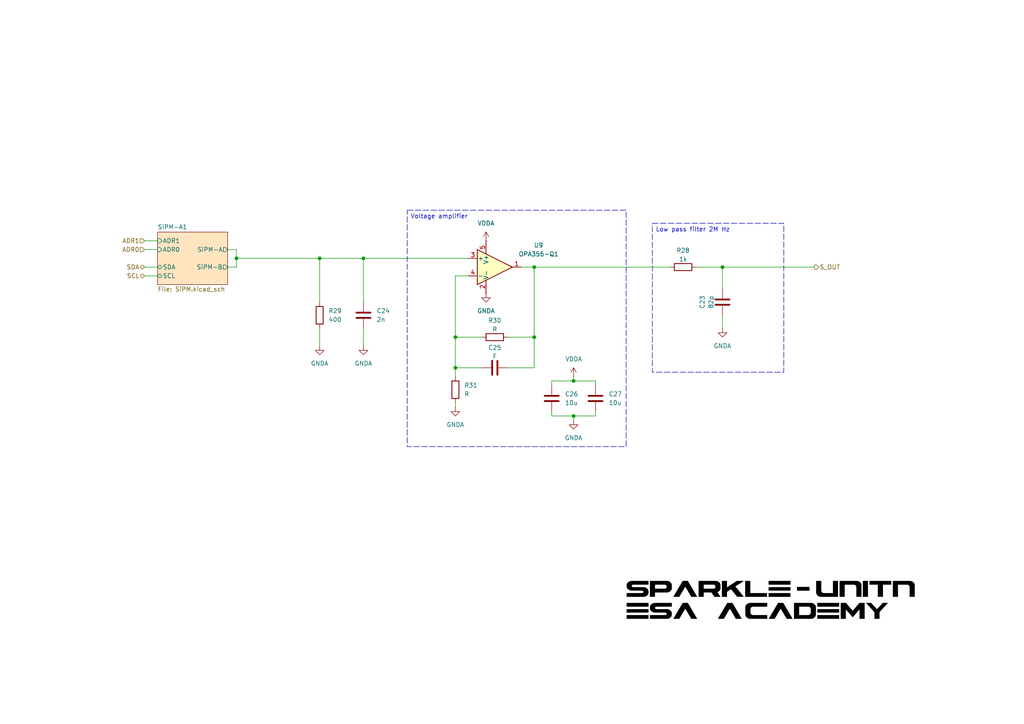
<source format=kicad_sch>
(kicad_sch (version 20231120) (generator "eeschema") (generator_version "8.0")
  (paper "A4")
  (title_block (title "Front-end Electronics for SiPM") (date "2024-10-17") (rev "1.0"))
  (lib_symbols
    (symbol "Amplifier_Operational:OPA356xxDBV" (pin_names (offset 0.127))
      (property "Reference" "U" (at -1.27 6.35 0))
      (property "Value" "OPA356xxDBV" (at -1.27 3.81 0))
      (symbol "OPA356xxDBV_0_1"
        (polyline (pts (xy -5.08 5.08) (xy 5.08 0) (xy -5.08 -5.08) (xy -5.08 5.08)) (stroke (width 0.254)) (fill (type background)))
        (pin power_in line (at -2.54 -7.62 90) (length 3.81) (name "V-") (number "2"))
        (pin power_in line (at -2.54 7.62 270) (length 3.81) (name "V+") (number "5"))
      )
      (symbol "OPA356xxDBV_1_1"
        (pin output line (at 7.62 0 180) (length 2.54) (name "~") (number "1"))
        (pin input line (at -7.62 2.54 0) (length 2.54) (name "+") (number "3"))
        (pin input line (at -7.62 -2.54 0) (length 2.54) (name "-") (number "4"))
      )
    )
    (symbol "Device:C" (pin_numbers hide) (pin_names (offset 0.254))
      (property "Reference" "C" (at 0.635 2.54 0))
      (property "Value" "C" (at 0.635 -2.54 0))
      (symbol "C_0_1"
        (polyline (pts (xy -2.032 -0.762) (xy 2.032 -0.762)) (stroke (width 0.508)))
        (polyline (pts (xy -2.032 0.762) (xy 2.032 0.762)) (stroke (width 0.508)))
      )
      (symbol "C_1_1"
        (pin passive line (at 0 3.81 270) (length 2.794) (name "~") (number "1"))
        (pin passive line (at 0 -3.81 90) (length 2.794) (name "~") (number "2"))
      )
    )
    (symbol "Device:R" (pin_numbers hide) (pin_names (offset 0))
      (property "Reference" "R" (at 2.032 0 90))
      (property "Value" "R" (at 0 0 90))
      (symbol "R_0_1"
        (rectangle (start -1.016 -2.54) (end 1.016 2.54) (stroke (width 0.254)))
      )
      (symbol "R_1_1"
        (pin passive line (at 0 3.81 270) (length 1.27) (name "~") (number "1"))
        (pin passive line (at 0 -3.81 90) (length 1.27) (name "~") (number "2"))
      )
    )
    (symbol "power:GNDA" (power) (pin_numbers hide) (pin_names (offset 0) hide)
      (property "Value" "GNDA" (at 0 -3.81 0))
      (symbol "GNDA_0_1"
        (polyline (pts (xy 0 0) (xy 0 -1.27) (xy 1.27 -1.27) (xy 0 -2.54) (xy -1.27 -1.27) (xy 0 -1.27)))
      )
      (symbol "GNDA_1_1"
        (pin power_in line (at 0 0 270) (length 0) (name "~") (number "1"))
      )
    )
    (symbol "power:VDDA" (power) (pin_numbers hide) (pin_names (offset 0) hide)
      (property "Value" "VDDA" (at 0 3.556 0))
      (symbol "VDDA_0_1"
        (polyline (pts (xy -0.762 1.27) (xy 0 2.54)))
        (polyline (pts (xy 0 0) (xy 0 2.54)))
        (polyline (pts (xy 0 2.54) (xy 0.762 1.27)))
      )
      (symbol "VDDA_1_1"
        (pin power_in line (at 0 0 90) (length 0) (name "~") (number "1"))
      )
    )
  )
  (junction (at 154.94 77.47))
  (junction (at 132.08 97.79))
  (junction (at 166.37 110.49))
  (junction (at 92.71 74.93))
  (junction (at 209.55 77.47))
  (junction (at 68.58 74.93))
  (junction (at 132.08 106.68))
  (junction (at 154.94 97.79))
  (junction (at 105.41 74.93))
  (junction (at 166.37 120.65))
  (wire (pts (xy 105.41 74.93) (xy 105.41 87.63)))
  (wire (pts (xy 68.58 77.47) (xy 68.58 74.93)))
  (wire (pts (xy 160.02 120.65) (xy 166.37 120.65)))
  (wire (pts (xy 132.08 80.01) (xy 135.89 80.01)))
  (wire (pts (xy 105.41 74.93) (xy 92.71 74.93)))
  (wire (pts (xy 132.08 106.68) (xy 139.7 106.68)))
  (wire (pts (xy 135.89 74.93) (xy 105.41 74.93)))
  (wire (pts (xy 166.37 120.65) (xy 172.72 120.65)))
  (wire (pts (xy 132.08 97.79) (xy 139.7 97.79)))
  (wire (pts (xy 172.72 110.49) (xy 166.37 110.49)))
  (wire (pts (xy 154.94 106.68) (xy 154.94 97.79)))
  (wire (pts (xy 172.72 111.76) (xy 172.72 110.49)))
  (wire (pts (xy 209.55 91.44) (xy 209.55 95.25)))
  (wire (pts (xy 160.02 119.38) (xy 160.02 120.65)))
  (wire (pts (xy 166.37 121.92) (xy 166.37 120.65)))
  (wire (pts (xy 105.41 95.25) (xy 105.41 100.33)))
  (wire (pts (xy 154.94 97.79) (xy 154.94 77.47)))
  (wire (pts (xy 68.58 72.39) (xy 66.04 72.39)))
  (wire (pts (xy 132.08 97.79) (xy 132.08 80.01)))
  (wire (pts (xy 68.58 74.93) (xy 92.71 74.93)))
  (wire (pts (xy 41.91 80.01) (xy 45.72 80.01)))
  (wire (pts (xy 160.02 110.49) (xy 160.02 111.76)))
  (wire (pts (xy 166.37 110.49) (xy 160.02 110.49)))
  (wire (pts (xy 92.71 100.33) (xy 92.71 95.25)))
  (wire (pts (xy 132.08 106.68) (xy 132.08 109.22)))
  (wire (pts (xy 172.72 119.38) (xy 172.72 120.65)))
  (wire (pts (xy 68.58 74.93) (xy 68.58 72.39)))
  (wire (pts (xy 132.08 97.79) (xy 132.08 106.68)))
  (wire (pts (xy 41.91 77.47) (xy 45.72 77.47)))
  (wire (pts (xy 147.32 97.79) (xy 154.94 97.79)))
  (wire (pts (xy 147.32 106.68) (xy 154.94 106.68)))
  (wire (pts (xy 166.37 109.22) (xy 166.37 110.49)))
  (wire (pts (xy 41.91 72.39) (xy 45.72 72.39)))
  (wire (pts (xy 154.94 77.47) (xy 151.13 77.47)))
  (wire (pts (xy 209.55 77.47) (xy 209.55 83.82)))
  (wire (pts (xy 92.71 74.93) (xy 92.71 87.63)))
  (wire (pts (xy 66.04 77.47) (xy 68.58 77.47)))
  (wire (pts (xy 154.94 77.47) (xy 194.31 77.47)))
  (wire (pts (xy 41.91 69.85) (xy 45.72 69.85)))
  (wire (pts (xy 132.08 118.11) (xy 132.08 116.84)))
  (wire (pts (xy 201.93 77.47) (xy 209.55 77.47)))
  (wire (pts (xy 209.55 77.47) (xy 236.22 77.47)))
  (image (at 223.52 173.99) (scale 0.489235))
  (text_box "Low pass filter 2M Hz" (at 189.23 64.77 0) (size 38.1 43.18) (stroke (width 0) (type dash)) (effects (font (size 1.27 1.27)) (justify left top)))
  (text_box "Voltage amplifier\n" (at 118.11 60.96 0) (size 63.5 68.58) (stroke (width 0) (type dash)) (effects (font (size 1.27 1.27)) (justify left top)))
  (hierarchical_label "SDA" (shape bidirectional) (at 41.91 77.47 180))
  (hierarchical_label "S_OUT" (shape output) (at 236.22 77.47 0))
  (hierarchical_label "ADR1" (shape input) (at 41.91 69.85 180))
  (hierarchical_label "SCL" (shape bidirectional) (at 41.91 80.01 180))
  (hierarchical_label "ADR0" (shape input) (at 41.91 72.39 180))
  (symbol (lib_id "Device:R") (at 198.12 77.47 90) (unit 1)
    (property "Reference" "R28" (at 198.12 72.644 90))
    (property "Value" "1k" (at 198.12 75.184 90))
    (property "Footprint" "Resistor_SMD:R_0603_1608Metric_Pad0.98x0.95mm_HandSolder" (effects (hide yes)))
    (property "Description" "Resistor" (effects (hide yes)))
    (instances (project "ELS-overall_schematic" (path "" (reference "R28") (unit 1)) (path "" (reference "R54") (unit 1))))
  )
  (symbol (lib_id "power:GNDA") (at 92.71 100.33 0) (unit 1)
    (property "Reference" "#PWR072" (effects (hide yes)))
    (property "Value" "GNDA" (at 92.71 105.41 0))
    (property "Description" "Power symbol creates a global label with name \"GNDA\" , analog ground" (effects (hide yes)))
    (instances (project "ELS-overall_schematic" (path "" (reference "#PWR072") (unit 1)) (path "" (reference "#PWR0130") (unit 1))))
  )
  (symbol (lib_id "Device:C") (at 143.51 106.68 90) (unit 1)
    (property "Reference" "C25" (at 143.51 100.838 90))
    (property "Value" "F" (at 143.51 103.378 90))
    (property "Footprint" "Capacitor_SMD:C_0603_1608Metric_Pad1.08x0.95mm_HandSolder" (effects (hide yes)))
    (property "Description" "Unpolarized capacitor" (effects (hide yes)))
    (instances (project "ELS-overall_schematic" (path "" (reference "C25") (unit 1)) (path "" (reference "C56") (unit 1))))
  )
  (symbol (lib_id "power:GNDA") (at 132.08 118.11 0) (unit 1)
    (property "Reference" "#PWR075" (effects (hide yes)))
    (property "Value" "GNDA" (at 132.08 123.19 0))
    (property "Description" "Power symbol creates a global label with name \"GNDA\" , analog ground" (effects (hide yes)))
    (instances (project "ELS-overall_schematic" (path "" (reference "#PWR075") (unit 1)) (path "" (reference "#PWR0133") (unit 1))))
  )
  (symbol (lib_id "Device:C") (at 160.02 115.57 0) (unit 1)
    (property "Reference" "C26" (at 163.83 114.2999 0) (effects (justify left)))
    (property "Value" "10u" (at 163.83 116.8399 0) (effects (justify left)))
    (property "Description" "Unpolarized capacitor" (effects (hide yes)))
    (instances (project "ELS-overall_schematic" (path "" (reference "C26") (unit 1)) (path "" (reference "C57") (unit 1))))
  )
  (symbol (lib_id "Amplifier_Operational:OPA356xxDBV") (at 143.51 77.47 0) (unit 1)
    (property "Reference" "U9" (at 156.21 71.1514 0))
    (property "Value" "OPA356-Q1" (at 156.21 73.6914 0))
    (property "Footprint" "Package_TO_SOT_SMD:SOT-23-5" (effects (hide yes)))
    (property "Datasheet" "http://www.ti.com/lit/ds/symlink/opa356.pdf" (effects (hide yes)))
    (property "Description" "Single High Speed CMOS Operational Amplifier, SOT-23-5" (effects (hide yes)))
    (instances (project "ELS-overall_schematic" (path "" (reference "U9") (unit 1)) (path "" (reference "U15") (unit 1))))
  )
  (symbol (lib_id "power:VDDA") (at 140.97 69.85 0) (unit 1)
    (property "Reference" "#PWR069" (effects (hide yes)))
    (property "Value" "VDDA" (at 140.97 64.77 0))
    (property "Description" "Power symbol creates a global label with name \"VDDA\"" (effects (hide yes)))
    (instances (project "ELS-overall_schematic" (path "" (reference "#PWR069") (unit 1)) (path "" (reference "#PWR0127") (unit 1))))
  )
  (symbol (lib_id "power:GNDA") (at 209.55 95.25 0) (unit 1)
    (property "Reference" "#PWR071" (effects (hide yes)))
    (property "Value" "GNDA" (at 209.55 100.33 0))
    (property "Description" "Power symbol creates a global label with name \"GNDA\" , analog ground" (effects (hide yes)))
    (instances (project "ELS-overall_schematic" (path "" (reference "#PWR071") (unit 1)) (path "" (reference "#PWR0129") (unit 1))))
  )
  (symbol (lib_id "Device:R") (at 132.08 113.03 180) (unit 1)
    (property "Reference" "R31" (at 134.62 111.7599 0) (effects (justify right)))
    (property "Value" "R" (at 134.62 114.2999 0) (effects (justify right)))
    (property "Footprint" "Resistor_SMD:R_0603_1608Metric_Pad0.98x0.95mm_HandSolder" (effects (hide yes)))
    (property "Description" "Resistor" (effects (hide yes)))
    (instances (project "ELS-overall_schematic" (path "" (reference "R31") (unit 1)) (path "" (reference "R57") (unit 1))))
  )
  (symbol (lib_id "Device:C") (at 172.72 115.57 0) (unit 1)
    (property "Reference" "C27" (at 176.53 114.2999 0) (effects (justify left)))
    (property "Value" "10u" (at 176.53 116.8399 0) (effects (justify left)))
    (property "Description" "Unpolarized capacitor" (effects (hide yes)))
    (instances (project "ELS-overall_schematic" (path "" (reference "C27") (unit 1)) (path "" (reference "C58") (unit 1))))
  )
  (symbol (lib_id "power:GNDA") (at 140.97 85.09 0) (unit 1)
    (property "Reference" "#PWR070" (effects (hide yes)))
    (property "Value" "GNDA" (at 140.97 90.17 0))
    (property "Description" "Power symbol creates a global label with name \"GNDA\" , analog ground" (effects (hide yes)))
    (instances (project "ELS-overall_schematic" (path "" (reference "#PWR070") (unit 1)) (path "" (reference "#PWR0128") (unit 1))))
  )
  (symbol (lib_id "power:VDDA") (at 166.37 109.22 0) (unit 1)
    (property "Reference" "#PWR074" (effects (hide yes)))
    (property "Value" "VDDA" (at 166.37 104.14 0))
    (property "Description" "Power symbol creates a global label with name \"VDDA\"" (effects (hide yes)))
    (instances (project "ELS-overall_schematic" (path "" (reference "#PWR074") (unit 1)) (path "" (reference "#PWR0132") (unit 1))))
  )
  (symbol (lib_id "power:GNDA") (at 166.37 121.92 0) (unit 1)
    (property "Reference" "#PWR076" (effects (hide yes)))
    (property "Value" "GNDA" (at 166.37 127 0))
    (property "Description" "Power symbol creates a global label with name \"GNDA\" , analog ground" (effects (hide yes)))
    (instances (project "ELS-overall_schematic" (path "" (reference "#PWR076") (unit 1)) (path "" (reference "#PWR0134") (unit 1))))
  )
  (symbol (lib_id "Device:C") (at 105.41 91.44 180) (unit 1)
    (property "Reference" "C24" (at 109.22 90.1699 0) (effects (justify right)))
    (property "Value" "2n" (at 109.22 92.7099 0) (effects (justify right)))
    (property "Footprint" "Capacitor_SMD:C_0603_1608Metric_Pad1.08x0.95mm_HandSolder" (effects (hide yes)))
    (property "Description" "Unpolarized capacitor" (effects (hide yes)))
    (instances (project "ELS-overall_schematic" (path "" (reference "C24") (unit 1)) (path "" (reference "C55") (unit 1))))
  )
  (symbol (lib_id "power:GNDA") (at 105.41 100.33 0) (unit 1)
    (property "Reference" "#PWR073" (effects (hide yes)))
    (property "Value" "GNDA" (at 105.41 105.41 0))
    (property "Description" "Power symbol creates a global label with name \"GNDA\" , analog ground" (effects (hide yes)))
    (instances (project "ELS-overall_schematic" (path "" (reference "#PWR073") (unit 1)) (path "" (reference "#PWR0131") (unit 1))))
  )
  (symbol (lib_id "Device:R") (at 92.71 91.44 180) (unit 1)
    (property "Reference" "R29" (at 95.25 90.1699 0) (effects (justify right)))
    (property "Value" "400" (at 95.25 92.7099 0) (effects (justify right)))
    (property "Footprint" "Resistor_SMD:R_0603_1608Metric_Pad0.98x0.95mm_HandSolder" (effects (hide yes)))
    (property "Description" "Resistor" (effects (hide yes)))
    (instances (project "ELS-overall_schematic" (path "" (reference "R29") (unit 1)) (path "" (reference "R55") (unit 1))))
  )
  (symbol (lib_id "Device:R") (at 143.51 97.79 90) (unit 1)
    (property "Reference" "R30" (at 143.51 92.964 90))
    (property "Value" "R" (at 143.51 95.504 90))
    (property "Footprint" "Resistor_SMD:R_0603_1608Metric_Pad0.98x0.95mm_HandSolder" (effects (hide yes)))
    (property "Description" "Resistor" (effects (hide yes)))
    (instances (project "ELS-overall_schematic" (path "" (reference "R30") (unit 1)) (path "" (reference "R56") (unit 1))))
  )
  (symbol (lib_id "Device:C") (at 209.55 87.63 180) (unit 1)
    (property "Reference" "C23" (at 203.708 87.63 90))
    (property "Value" "82p" (at 206.248 87.63 90))
    (property "Footprint" "Capacitor_SMD:C_0603_1608Metric_Pad1.08x0.95mm_HandSolder" (effects (hide yes)))
    (property "Description" "Unpolarized capacitor" (effects (hide yes)))
    (instances (project "ELS-overall_schematic" (path "" (reference "C23") (unit 1)) (path "" (reference "C54") (unit 1))))
  )
  (sheet (at 45.72 67.31) (size 20.32 15.24) (stroke (width 0.1524)) (fill (color 255 229 191 1.0000))
    (property "Sheetname" "SiPM-A1" (at 45.72 66.5984 0) (effects (justify left bottom)))
    (property "Sheetfile" "SiPM.kicad_sch" (at 45.72 83.1346 0) (effects (justify left top)))
    (pin "SCL" bidirectional (at 45.72 80.01 180))
    (pin "SDA" bidirectional (at 45.72 77.47 180))
    (pin "ADR1" input (at 45.72 69.85 180))
    (pin "ADR0" input (at 45.72 72.39 180))
    (pin "SiPM-B" output (at 66.04 77.47 0))
    (pin "SiPM-A" output (at 66.04 72.39 0))
  )
)
</source>
